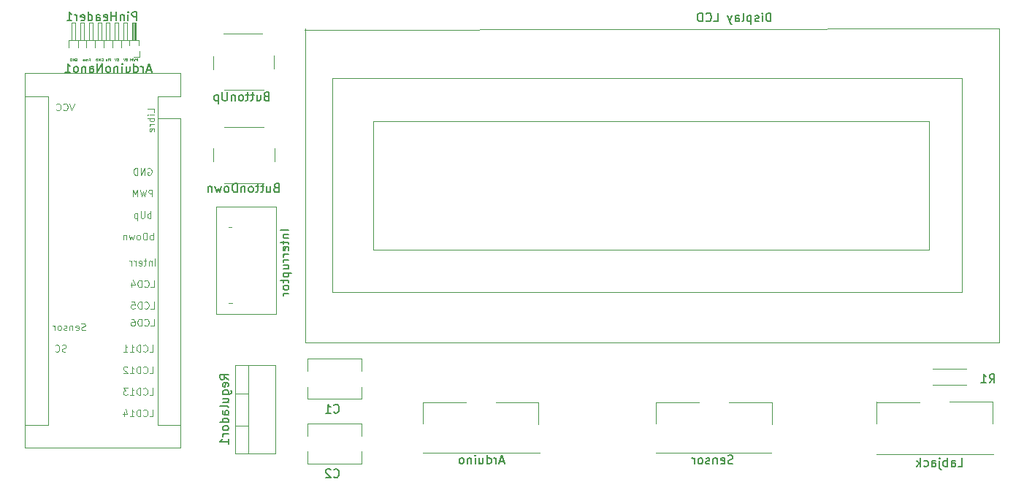
<source format=gbr>
G04 #@! TF.GenerationSoftware,KiCad,Pcbnew,5.1.2-f72e74a~80~ubuntu16.04.1*
G04 #@! TF.CreationDate,2019-04-30T15:46:28+02:00*
G04 #@! TF.ProjectId,bombasaRegulador,626f6d62-6173-4615-9265-67756c61646f,rev?*
G04 #@! TF.SameCoordinates,Original*
G04 #@! TF.FileFunction,Legend,Bot*
G04 #@! TF.FilePolarity,Positive*
%FSLAX46Y46*%
G04 Gerber Fmt 4.6, Leading zero omitted, Abs format (unit mm)*
G04 Created by KiCad (PCBNEW 5.1.2-f72e74a~80~ubuntu16.04.1) date 2019-04-30 15:46:28*
%MOMM*%
%LPD*%
G04 APERTURE LIST*
%ADD10C,0.100000*%
%ADD11C,0.075000*%
%ADD12C,0.150000*%
%ADD13C,0.120000*%
G04 APERTURE END LIST*
D10*
X177109523Y-84100000D02*
X177185714Y-84061904D01*
X177300000Y-84061904D01*
X177414285Y-84100000D01*
X177490476Y-84176190D01*
X177528571Y-84252380D01*
X177566666Y-84404761D01*
X177566666Y-84519047D01*
X177528571Y-84671428D01*
X177490476Y-84747619D01*
X177414285Y-84823809D01*
X177300000Y-84861904D01*
X177223809Y-84861904D01*
X177109523Y-84823809D01*
X177071428Y-84785714D01*
X177071428Y-84519047D01*
X177223809Y-84519047D01*
X176728571Y-84861904D02*
X176728571Y-84061904D01*
X176271428Y-84861904D01*
X176271428Y-84061904D01*
X175890476Y-84861904D02*
X175890476Y-84061904D01*
X175700000Y-84061904D01*
X175585714Y-84100000D01*
X175509523Y-84176190D01*
X175471428Y-84252380D01*
X175433333Y-84404761D01*
X175433333Y-84519047D01*
X175471428Y-84671428D01*
X175509523Y-84747619D01*
X175585714Y-84823809D01*
X175700000Y-84861904D01*
X175890476Y-84861904D01*
X177861904Y-77604761D02*
X177861904Y-77223809D01*
X177061904Y-77223809D01*
X177861904Y-77871428D02*
X177328571Y-77871428D01*
X177061904Y-77871428D02*
X177100000Y-77833333D01*
X177138095Y-77871428D01*
X177100000Y-77909523D01*
X177061904Y-77871428D01*
X177138095Y-77871428D01*
X177861904Y-78252380D02*
X177061904Y-78252380D01*
X177366666Y-78252380D02*
X177328571Y-78328571D01*
X177328571Y-78480952D01*
X177366666Y-78557142D01*
X177404761Y-78595238D01*
X177480952Y-78633333D01*
X177709523Y-78633333D01*
X177785714Y-78595238D01*
X177823809Y-78557142D01*
X177861904Y-78480952D01*
X177861904Y-78328571D01*
X177823809Y-78252380D01*
X177861904Y-78976190D02*
X177328571Y-78976190D01*
X177480952Y-78976190D02*
X177404761Y-79014285D01*
X177366666Y-79052380D01*
X177328571Y-79128571D01*
X177328571Y-79204761D01*
X177823809Y-79776190D02*
X177861904Y-79700000D01*
X177861904Y-79547619D01*
X177823809Y-79471428D01*
X177747619Y-79433333D01*
X177442857Y-79433333D01*
X177366666Y-79471428D01*
X177328571Y-79547619D01*
X177328571Y-79700000D01*
X177366666Y-79776190D01*
X177442857Y-79814285D01*
X177519047Y-79814285D01*
X177595238Y-79433333D01*
X168566666Y-76561904D02*
X168300000Y-77361904D01*
X168033333Y-76561904D01*
X167309523Y-77285714D02*
X167347619Y-77323809D01*
X167461904Y-77361904D01*
X167538095Y-77361904D01*
X167652380Y-77323809D01*
X167728571Y-77247619D01*
X167766666Y-77171428D01*
X167804761Y-77019047D01*
X167804761Y-76904761D01*
X167766666Y-76752380D01*
X167728571Y-76676190D01*
X167652380Y-76600000D01*
X167538095Y-76561904D01*
X167461904Y-76561904D01*
X167347619Y-76600000D01*
X167309523Y-76638095D01*
X166509523Y-77285714D02*
X166547619Y-77323809D01*
X166661904Y-77361904D01*
X166738095Y-77361904D01*
X166852380Y-77323809D01*
X166928571Y-77247619D01*
X166966666Y-77171428D01*
X167004761Y-77019047D01*
X167004761Y-76904761D01*
X166966666Y-76752380D01*
X166928571Y-76676190D01*
X166852380Y-76600000D01*
X166738095Y-76561904D01*
X166661904Y-76561904D01*
X166547619Y-76600000D01*
X166509523Y-76638095D01*
X169866666Y-102823809D02*
X169752380Y-102861904D01*
X169561904Y-102861904D01*
X169485714Y-102823809D01*
X169447619Y-102785714D01*
X169409523Y-102709523D01*
X169409523Y-102633333D01*
X169447619Y-102557142D01*
X169485714Y-102519047D01*
X169561904Y-102480952D01*
X169714285Y-102442857D01*
X169790476Y-102404761D01*
X169828571Y-102366666D01*
X169866666Y-102290476D01*
X169866666Y-102214285D01*
X169828571Y-102138095D01*
X169790476Y-102100000D01*
X169714285Y-102061904D01*
X169523809Y-102061904D01*
X169409523Y-102100000D01*
X168761904Y-102823809D02*
X168838095Y-102861904D01*
X168990476Y-102861904D01*
X169066666Y-102823809D01*
X169104761Y-102747619D01*
X169104761Y-102442857D01*
X169066666Y-102366666D01*
X168990476Y-102328571D01*
X168838095Y-102328571D01*
X168761904Y-102366666D01*
X168723809Y-102442857D01*
X168723809Y-102519047D01*
X169104761Y-102595238D01*
X168380952Y-102328571D02*
X168380952Y-102861904D01*
X168380952Y-102404761D02*
X168342857Y-102366666D01*
X168266666Y-102328571D01*
X168152380Y-102328571D01*
X168076190Y-102366666D01*
X168038095Y-102442857D01*
X168038095Y-102861904D01*
X167695238Y-102823809D02*
X167619047Y-102861904D01*
X167466666Y-102861904D01*
X167390476Y-102823809D01*
X167352380Y-102747619D01*
X167352380Y-102709523D01*
X167390476Y-102633333D01*
X167466666Y-102595238D01*
X167580952Y-102595238D01*
X167657142Y-102557142D01*
X167695238Y-102480952D01*
X167695238Y-102442857D01*
X167657142Y-102366666D01*
X167580952Y-102328571D01*
X167466666Y-102328571D01*
X167390476Y-102366666D01*
X166895238Y-102861904D02*
X166971428Y-102823809D01*
X167009523Y-102785714D01*
X167047619Y-102709523D01*
X167047619Y-102480952D01*
X167009523Y-102404761D01*
X166971428Y-102366666D01*
X166895238Y-102328571D01*
X166780952Y-102328571D01*
X166704761Y-102366666D01*
X166666666Y-102404761D01*
X166628571Y-102480952D01*
X166628571Y-102709523D01*
X166666666Y-102785714D01*
X166704761Y-102823809D01*
X166780952Y-102861904D01*
X166895238Y-102861904D01*
X166285714Y-102861904D02*
X166285714Y-102328571D01*
X166285714Y-102480952D02*
X166247619Y-102404761D01*
X166209523Y-102366666D01*
X166133333Y-102328571D01*
X166057142Y-102328571D01*
X167628571Y-105323809D02*
X167514285Y-105361904D01*
X167323809Y-105361904D01*
X167247619Y-105323809D01*
X167209523Y-105285714D01*
X167171428Y-105209523D01*
X167171428Y-105133333D01*
X167209523Y-105057142D01*
X167247619Y-105019047D01*
X167323809Y-104980952D01*
X167476190Y-104942857D01*
X167552380Y-104904761D01*
X167590476Y-104866666D01*
X167628571Y-104790476D01*
X167628571Y-104714285D01*
X167590476Y-104638095D01*
X167552380Y-104600000D01*
X167476190Y-104561904D01*
X167285714Y-104561904D01*
X167171428Y-104600000D01*
X166371428Y-105285714D02*
X166409523Y-105323809D01*
X166523809Y-105361904D01*
X166600000Y-105361904D01*
X166714285Y-105323809D01*
X166790476Y-105247619D01*
X166828571Y-105171428D01*
X166866666Y-105019047D01*
X166866666Y-104904761D01*
X166828571Y-104752380D01*
X166790476Y-104676190D01*
X166714285Y-104600000D01*
X166600000Y-104561904D01*
X166523809Y-104561904D01*
X166409523Y-104600000D01*
X166371428Y-104638095D01*
X177314285Y-112861904D02*
X177695238Y-112861904D01*
X177695238Y-112061904D01*
X176590476Y-112785714D02*
X176628571Y-112823809D01*
X176742857Y-112861904D01*
X176819047Y-112861904D01*
X176933333Y-112823809D01*
X177009523Y-112747619D01*
X177047619Y-112671428D01*
X177085714Y-112519047D01*
X177085714Y-112404761D01*
X177047619Y-112252380D01*
X177009523Y-112176190D01*
X176933333Y-112100000D01*
X176819047Y-112061904D01*
X176742857Y-112061904D01*
X176628571Y-112100000D01*
X176590476Y-112138095D01*
X176247619Y-112861904D02*
X176247619Y-112061904D01*
X176057142Y-112061904D01*
X175942857Y-112100000D01*
X175866666Y-112176190D01*
X175828571Y-112252380D01*
X175790476Y-112404761D01*
X175790476Y-112519047D01*
X175828571Y-112671428D01*
X175866666Y-112747619D01*
X175942857Y-112823809D01*
X176057142Y-112861904D01*
X176247619Y-112861904D01*
X175028571Y-112861904D02*
X175485714Y-112861904D01*
X175257142Y-112861904D02*
X175257142Y-112061904D01*
X175333333Y-112176190D01*
X175409523Y-112252380D01*
X175485714Y-112290476D01*
X174342857Y-112328571D02*
X174342857Y-112861904D01*
X174533333Y-112023809D02*
X174723809Y-112595238D01*
X174228571Y-112595238D01*
X177314285Y-110361904D02*
X177695238Y-110361904D01*
X177695238Y-109561904D01*
X176590476Y-110285714D02*
X176628571Y-110323809D01*
X176742857Y-110361904D01*
X176819047Y-110361904D01*
X176933333Y-110323809D01*
X177009523Y-110247619D01*
X177047619Y-110171428D01*
X177085714Y-110019047D01*
X177085714Y-109904761D01*
X177047619Y-109752380D01*
X177009523Y-109676190D01*
X176933333Y-109600000D01*
X176819047Y-109561904D01*
X176742857Y-109561904D01*
X176628571Y-109600000D01*
X176590476Y-109638095D01*
X176247619Y-110361904D02*
X176247619Y-109561904D01*
X176057142Y-109561904D01*
X175942857Y-109600000D01*
X175866666Y-109676190D01*
X175828571Y-109752380D01*
X175790476Y-109904761D01*
X175790476Y-110019047D01*
X175828571Y-110171428D01*
X175866666Y-110247619D01*
X175942857Y-110323809D01*
X176057142Y-110361904D01*
X176247619Y-110361904D01*
X175028571Y-110361904D02*
X175485714Y-110361904D01*
X175257142Y-110361904D02*
X175257142Y-109561904D01*
X175333333Y-109676190D01*
X175409523Y-109752380D01*
X175485714Y-109790476D01*
X174761904Y-109561904D02*
X174266666Y-109561904D01*
X174533333Y-109866666D01*
X174419047Y-109866666D01*
X174342857Y-109904761D01*
X174304761Y-109942857D01*
X174266666Y-110019047D01*
X174266666Y-110209523D01*
X174304761Y-110285714D01*
X174342857Y-110323809D01*
X174419047Y-110361904D01*
X174647619Y-110361904D01*
X174723809Y-110323809D01*
X174761904Y-110285714D01*
X177314285Y-107861904D02*
X177695238Y-107861904D01*
X177695238Y-107061904D01*
X176590476Y-107785714D02*
X176628571Y-107823809D01*
X176742857Y-107861904D01*
X176819047Y-107861904D01*
X176933333Y-107823809D01*
X177009523Y-107747619D01*
X177047619Y-107671428D01*
X177085714Y-107519047D01*
X177085714Y-107404761D01*
X177047619Y-107252380D01*
X177009523Y-107176190D01*
X176933333Y-107100000D01*
X176819047Y-107061904D01*
X176742857Y-107061904D01*
X176628571Y-107100000D01*
X176590476Y-107138095D01*
X176247619Y-107861904D02*
X176247619Y-107061904D01*
X176057142Y-107061904D01*
X175942857Y-107100000D01*
X175866666Y-107176190D01*
X175828571Y-107252380D01*
X175790476Y-107404761D01*
X175790476Y-107519047D01*
X175828571Y-107671428D01*
X175866666Y-107747619D01*
X175942857Y-107823809D01*
X176057142Y-107861904D01*
X176247619Y-107861904D01*
X175028571Y-107861904D02*
X175485714Y-107861904D01*
X175257142Y-107861904D02*
X175257142Y-107061904D01*
X175333333Y-107176190D01*
X175409523Y-107252380D01*
X175485714Y-107290476D01*
X174723809Y-107138095D02*
X174685714Y-107100000D01*
X174609523Y-107061904D01*
X174419047Y-107061904D01*
X174342857Y-107100000D01*
X174304761Y-107138095D01*
X174266666Y-107214285D01*
X174266666Y-107290476D01*
X174304761Y-107404761D01*
X174761904Y-107861904D01*
X174266666Y-107861904D01*
X177314285Y-105361904D02*
X177695238Y-105361904D01*
X177695238Y-104561904D01*
X176590476Y-105285714D02*
X176628571Y-105323809D01*
X176742857Y-105361904D01*
X176819047Y-105361904D01*
X176933333Y-105323809D01*
X177009523Y-105247619D01*
X177047619Y-105171428D01*
X177085714Y-105019047D01*
X177085714Y-104904761D01*
X177047619Y-104752380D01*
X177009523Y-104676190D01*
X176933333Y-104600000D01*
X176819047Y-104561904D01*
X176742857Y-104561904D01*
X176628571Y-104600000D01*
X176590476Y-104638095D01*
X176247619Y-105361904D02*
X176247619Y-104561904D01*
X176057142Y-104561904D01*
X175942857Y-104600000D01*
X175866666Y-104676190D01*
X175828571Y-104752380D01*
X175790476Y-104904761D01*
X175790476Y-105019047D01*
X175828571Y-105171428D01*
X175866666Y-105247619D01*
X175942857Y-105323809D01*
X176057142Y-105361904D01*
X176247619Y-105361904D01*
X175028571Y-105361904D02*
X175485714Y-105361904D01*
X175257142Y-105361904D02*
X175257142Y-104561904D01*
X175333333Y-104676190D01*
X175409523Y-104752380D01*
X175485714Y-104790476D01*
X174266666Y-105361904D02*
X174723809Y-105361904D01*
X174495238Y-105361904D02*
X174495238Y-104561904D01*
X174571428Y-104676190D01*
X174647619Y-104752380D01*
X174723809Y-104790476D01*
X177433333Y-102361904D02*
X177814285Y-102361904D01*
X177814285Y-101561904D01*
X176709523Y-102285714D02*
X176747619Y-102323809D01*
X176861904Y-102361904D01*
X176938095Y-102361904D01*
X177052380Y-102323809D01*
X177128571Y-102247619D01*
X177166666Y-102171428D01*
X177204761Y-102019047D01*
X177204761Y-101904761D01*
X177166666Y-101752380D01*
X177128571Y-101676190D01*
X177052380Y-101600000D01*
X176938095Y-101561904D01*
X176861904Y-101561904D01*
X176747619Y-101600000D01*
X176709523Y-101638095D01*
X176366666Y-102361904D02*
X176366666Y-101561904D01*
X176176190Y-101561904D01*
X176061904Y-101600000D01*
X175985714Y-101676190D01*
X175947619Y-101752380D01*
X175909523Y-101904761D01*
X175909523Y-102019047D01*
X175947619Y-102171428D01*
X175985714Y-102247619D01*
X176061904Y-102323809D01*
X176176190Y-102361904D01*
X176366666Y-102361904D01*
X175223809Y-101561904D02*
X175376190Y-101561904D01*
X175452380Y-101600000D01*
X175490476Y-101638095D01*
X175566666Y-101752380D01*
X175604761Y-101904761D01*
X175604761Y-102209523D01*
X175566666Y-102285714D01*
X175528571Y-102323809D01*
X175452380Y-102361904D01*
X175300000Y-102361904D01*
X175223809Y-102323809D01*
X175185714Y-102285714D01*
X175147619Y-102209523D01*
X175147619Y-102019047D01*
X175185714Y-101942857D01*
X175223809Y-101904761D01*
X175300000Y-101866666D01*
X175452380Y-101866666D01*
X175528571Y-101904761D01*
X175566666Y-101942857D01*
X175604761Y-102019047D01*
X177433333Y-100361904D02*
X177814285Y-100361904D01*
X177814285Y-99561904D01*
X176709523Y-100285714D02*
X176747619Y-100323809D01*
X176861904Y-100361904D01*
X176938095Y-100361904D01*
X177052380Y-100323809D01*
X177128571Y-100247619D01*
X177166666Y-100171428D01*
X177204761Y-100019047D01*
X177204761Y-99904761D01*
X177166666Y-99752380D01*
X177128571Y-99676190D01*
X177052380Y-99600000D01*
X176938095Y-99561904D01*
X176861904Y-99561904D01*
X176747619Y-99600000D01*
X176709523Y-99638095D01*
X176366666Y-100361904D02*
X176366666Y-99561904D01*
X176176190Y-99561904D01*
X176061904Y-99600000D01*
X175985714Y-99676190D01*
X175947619Y-99752380D01*
X175909523Y-99904761D01*
X175909523Y-100019047D01*
X175947619Y-100171428D01*
X175985714Y-100247619D01*
X176061904Y-100323809D01*
X176176190Y-100361904D01*
X176366666Y-100361904D01*
X175185714Y-99561904D02*
X175566666Y-99561904D01*
X175604761Y-99942857D01*
X175566666Y-99904761D01*
X175490476Y-99866666D01*
X175300000Y-99866666D01*
X175223809Y-99904761D01*
X175185714Y-99942857D01*
X175147619Y-100019047D01*
X175147619Y-100209523D01*
X175185714Y-100285714D01*
X175223809Y-100323809D01*
X175300000Y-100361904D01*
X175490476Y-100361904D01*
X175566666Y-100323809D01*
X175604761Y-100285714D01*
X177433333Y-97861904D02*
X177814285Y-97861904D01*
X177814285Y-97061904D01*
X176709523Y-97785714D02*
X176747619Y-97823809D01*
X176861904Y-97861904D01*
X176938095Y-97861904D01*
X177052380Y-97823809D01*
X177128571Y-97747619D01*
X177166666Y-97671428D01*
X177204761Y-97519047D01*
X177204761Y-97404761D01*
X177166666Y-97252380D01*
X177128571Y-97176190D01*
X177052380Y-97100000D01*
X176938095Y-97061904D01*
X176861904Y-97061904D01*
X176747619Y-97100000D01*
X176709523Y-97138095D01*
X176366666Y-97861904D02*
X176366666Y-97061904D01*
X176176190Y-97061904D01*
X176061904Y-97100000D01*
X175985714Y-97176190D01*
X175947619Y-97252380D01*
X175909523Y-97404761D01*
X175909523Y-97519047D01*
X175947619Y-97671428D01*
X175985714Y-97747619D01*
X176061904Y-97823809D01*
X176176190Y-97861904D01*
X176366666Y-97861904D01*
X175223809Y-97328571D02*
X175223809Y-97861904D01*
X175414285Y-97023809D02*
X175604761Y-97595238D01*
X175109523Y-97595238D01*
X177928571Y-95361904D02*
X177928571Y-94561904D01*
X177547619Y-94828571D02*
X177547619Y-95361904D01*
X177547619Y-94904761D02*
X177509523Y-94866666D01*
X177433333Y-94828571D01*
X177319047Y-94828571D01*
X177242857Y-94866666D01*
X177204761Y-94942857D01*
X177204761Y-95361904D01*
X176938095Y-94828571D02*
X176633333Y-94828571D01*
X176823809Y-94561904D02*
X176823809Y-95247619D01*
X176785714Y-95323809D01*
X176709523Y-95361904D01*
X176633333Y-95361904D01*
X176061904Y-95323809D02*
X176138095Y-95361904D01*
X176290476Y-95361904D01*
X176366666Y-95323809D01*
X176404761Y-95247619D01*
X176404761Y-94942857D01*
X176366666Y-94866666D01*
X176290476Y-94828571D01*
X176138095Y-94828571D01*
X176061904Y-94866666D01*
X176023809Y-94942857D01*
X176023809Y-95019047D01*
X176404761Y-95095238D01*
X175680952Y-95361904D02*
X175680952Y-94828571D01*
X175680952Y-94980952D02*
X175642857Y-94904761D01*
X175604761Y-94866666D01*
X175528571Y-94828571D01*
X175452380Y-94828571D01*
X175185714Y-95361904D02*
X175185714Y-94828571D01*
X175185714Y-94980952D02*
X175147619Y-94904761D01*
X175109523Y-94866666D01*
X175033333Y-94828571D01*
X174957142Y-94828571D01*
X177714285Y-92361904D02*
X177714285Y-91561904D01*
X177714285Y-91866666D02*
X177638095Y-91828571D01*
X177485714Y-91828571D01*
X177409523Y-91866666D01*
X177371428Y-91904761D01*
X177333333Y-91980952D01*
X177333333Y-92209523D01*
X177371428Y-92285714D01*
X177409523Y-92323809D01*
X177485714Y-92361904D01*
X177638095Y-92361904D01*
X177714285Y-92323809D01*
X176990476Y-92361904D02*
X176990476Y-91561904D01*
X176800000Y-91561904D01*
X176685714Y-91600000D01*
X176609523Y-91676190D01*
X176571428Y-91752380D01*
X176533333Y-91904761D01*
X176533333Y-92019047D01*
X176571428Y-92171428D01*
X176609523Y-92247619D01*
X176685714Y-92323809D01*
X176800000Y-92361904D01*
X176990476Y-92361904D01*
X176076190Y-92361904D02*
X176152380Y-92323809D01*
X176190476Y-92285714D01*
X176228571Y-92209523D01*
X176228571Y-91980952D01*
X176190476Y-91904761D01*
X176152380Y-91866666D01*
X176076190Y-91828571D01*
X175961904Y-91828571D01*
X175885714Y-91866666D01*
X175847619Y-91904761D01*
X175809523Y-91980952D01*
X175809523Y-92209523D01*
X175847619Y-92285714D01*
X175885714Y-92323809D01*
X175961904Y-92361904D01*
X176076190Y-92361904D01*
X175542857Y-91828571D02*
X175390476Y-92361904D01*
X175238095Y-91980952D01*
X175085714Y-92361904D01*
X174933333Y-91828571D01*
X174628571Y-91828571D02*
X174628571Y-92361904D01*
X174628571Y-91904761D02*
X174590476Y-91866666D01*
X174514285Y-91828571D01*
X174400000Y-91828571D01*
X174323809Y-91866666D01*
X174285714Y-91942857D01*
X174285714Y-92361904D01*
X177452380Y-89861904D02*
X177452380Y-89061904D01*
X177452380Y-89366666D02*
X177376190Y-89328571D01*
X177223809Y-89328571D01*
X177147619Y-89366666D01*
X177109523Y-89404761D01*
X177071428Y-89480952D01*
X177071428Y-89709523D01*
X177109523Y-89785714D01*
X177147619Y-89823809D01*
X177223809Y-89861904D01*
X177376190Y-89861904D01*
X177452380Y-89823809D01*
X176728571Y-89061904D02*
X176728571Y-89709523D01*
X176690476Y-89785714D01*
X176652380Y-89823809D01*
X176576190Y-89861904D01*
X176423809Y-89861904D01*
X176347619Y-89823809D01*
X176309523Y-89785714D01*
X176271428Y-89709523D01*
X176271428Y-89061904D01*
X175890476Y-89328571D02*
X175890476Y-90128571D01*
X175890476Y-89366666D02*
X175814285Y-89328571D01*
X175661904Y-89328571D01*
X175585714Y-89366666D01*
X175547619Y-89404761D01*
X175509523Y-89480952D01*
X175509523Y-89709523D01*
X175547619Y-89785714D01*
X175585714Y-89823809D01*
X175661904Y-89861904D01*
X175814285Y-89861904D01*
X175890476Y-89823809D01*
X177623809Y-87361904D02*
X177623809Y-86561904D01*
X177319047Y-86561904D01*
X177242857Y-86600000D01*
X177204761Y-86638095D01*
X177166666Y-86714285D01*
X177166666Y-86828571D01*
X177204761Y-86904761D01*
X177242857Y-86942857D01*
X177319047Y-86980952D01*
X177623809Y-86980952D01*
X176900000Y-86561904D02*
X176709523Y-87361904D01*
X176557142Y-86790476D01*
X176404761Y-87361904D01*
X176214285Y-86561904D01*
X175909523Y-87361904D02*
X175909523Y-86561904D01*
X175642857Y-87133333D01*
X175376190Y-86561904D01*
X175376190Y-87361904D01*
D11*
X175921428Y-71635714D02*
X175921428Y-71335714D01*
X175807142Y-71335714D01*
X175778571Y-71350000D01*
X175764285Y-71364285D01*
X175750000Y-71392857D01*
X175750000Y-71435714D01*
X175764285Y-71464285D01*
X175778571Y-71478571D01*
X175807142Y-71492857D01*
X175921428Y-71492857D01*
X175650000Y-71335714D02*
X175578571Y-71635714D01*
X175521428Y-71421428D01*
X175464285Y-71635714D01*
X175392857Y-71335714D01*
X175278571Y-71635714D02*
X175278571Y-71335714D01*
X175178571Y-71550000D01*
X175078571Y-71335714D01*
X175078571Y-71635714D01*
X174557142Y-71335714D02*
X174700000Y-71335714D01*
X174714285Y-71478571D01*
X174700000Y-71464285D01*
X174671428Y-71450000D01*
X174600000Y-71450000D01*
X174571428Y-71464285D01*
X174557142Y-71478571D01*
X174542857Y-71507142D01*
X174542857Y-71578571D01*
X174557142Y-71607142D01*
X174571428Y-71621428D01*
X174600000Y-71635714D01*
X174671428Y-71635714D01*
X174700000Y-71621428D01*
X174714285Y-71607142D01*
X174457142Y-71335714D02*
X174357142Y-71635714D01*
X174257142Y-71335714D01*
X173557142Y-71335714D02*
X173700000Y-71335714D01*
X173714285Y-71478571D01*
X173700000Y-71464285D01*
X173671428Y-71450000D01*
X173600000Y-71450000D01*
X173571428Y-71464285D01*
X173557142Y-71478571D01*
X173542857Y-71507142D01*
X173542857Y-71578571D01*
X173557142Y-71607142D01*
X173571428Y-71621428D01*
X173600000Y-71635714D01*
X173671428Y-71635714D01*
X173700000Y-71621428D01*
X173714285Y-71607142D01*
X173457142Y-71335714D02*
X173357142Y-71635714D01*
X173257142Y-71335714D01*
X172785714Y-71635714D02*
X172785714Y-71335714D01*
X172671428Y-71335714D01*
X172642857Y-71350000D01*
X172628571Y-71364285D01*
X172614285Y-71392857D01*
X172614285Y-71435714D01*
X172628571Y-71464285D01*
X172642857Y-71478571D01*
X172671428Y-71492857D01*
X172785714Y-71492857D01*
X172485714Y-71635714D02*
X172485714Y-71435714D01*
X172485714Y-71335714D02*
X172500000Y-71350000D01*
X172485714Y-71364285D01*
X172471428Y-71350000D01*
X172485714Y-71335714D01*
X172485714Y-71364285D01*
X172342857Y-71435714D02*
X172342857Y-71635714D01*
X172342857Y-71464285D02*
X172328571Y-71450000D01*
X172300000Y-71435714D01*
X172257142Y-71435714D01*
X172228571Y-71450000D01*
X172214285Y-71478571D01*
X172214285Y-71635714D01*
X171728571Y-71350000D02*
X171757142Y-71335714D01*
X171800000Y-71335714D01*
X171842857Y-71350000D01*
X171871428Y-71378571D01*
X171885714Y-71407142D01*
X171900000Y-71464285D01*
X171900000Y-71507142D01*
X171885714Y-71564285D01*
X171871428Y-71592857D01*
X171842857Y-71621428D01*
X171800000Y-71635714D01*
X171771428Y-71635714D01*
X171728571Y-71621428D01*
X171714285Y-71607142D01*
X171714285Y-71507142D01*
X171771428Y-71507142D01*
X171585714Y-71635714D02*
X171585714Y-71335714D01*
X171414285Y-71635714D01*
X171414285Y-71335714D01*
X171271428Y-71635714D02*
X171271428Y-71335714D01*
X171200000Y-71335714D01*
X171157142Y-71350000D01*
X171128571Y-71378571D01*
X171114285Y-71407142D01*
X171100000Y-71464285D01*
X171100000Y-71507142D01*
X171114285Y-71564285D01*
X171128571Y-71592857D01*
X171157142Y-71621428D01*
X171200000Y-71635714D01*
X171271428Y-71635714D01*
X170307142Y-71478571D02*
X170407142Y-71478571D01*
X170407142Y-71635714D02*
X170407142Y-71335714D01*
X170264285Y-71335714D01*
X170150000Y-71635714D02*
X170150000Y-71435714D01*
X170150000Y-71492857D02*
X170135714Y-71464285D01*
X170121428Y-71450000D01*
X170092857Y-71435714D01*
X170064285Y-71435714D01*
X169850000Y-71621428D02*
X169878571Y-71635714D01*
X169935714Y-71635714D01*
X169964285Y-71621428D01*
X169978571Y-71592857D01*
X169978571Y-71478571D01*
X169964285Y-71450000D01*
X169935714Y-71435714D01*
X169878571Y-71435714D01*
X169850000Y-71450000D01*
X169835714Y-71478571D01*
X169835714Y-71507142D01*
X169978571Y-71535714D01*
X169592857Y-71621428D02*
X169621428Y-71635714D01*
X169678571Y-71635714D01*
X169707142Y-71621428D01*
X169721428Y-71592857D01*
X169721428Y-71478571D01*
X169707142Y-71450000D01*
X169678571Y-71435714D01*
X169621428Y-71435714D01*
X169592857Y-71450000D01*
X169578571Y-71478571D01*
X169578571Y-71507142D01*
X169721428Y-71535714D01*
X168728571Y-71350000D02*
X168757142Y-71335714D01*
X168800000Y-71335714D01*
X168842857Y-71350000D01*
X168871428Y-71378571D01*
X168885714Y-71407142D01*
X168900000Y-71464285D01*
X168900000Y-71507142D01*
X168885714Y-71564285D01*
X168871428Y-71592857D01*
X168842857Y-71621428D01*
X168800000Y-71635714D01*
X168771428Y-71635714D01*
X168728571Y-71621428D01*
X168714285Y-71607142D01*
X168714285Y-71507142D01*
X168771428Y-71507142D01*
X168585714Y-71635714D02*
X168585714Y-71335714D01*
X168414285Y-71635714D01*
X168414285Y-71335714D01*
X168271428Y-71635714D02*
X168271428Y-71335714D01*
X168200000Y-71335714D01*
X168157142Y-71350000D01*
X168128571Y-71378571D01*
X168114285Y-71407142D01*
X168100000Y-71464285D01*
X168100000Y-71507142D01*
X168114285Y-71564285D01*
X168128571Y-71592857D01*
X168157142Y-71621428D01*
X168200000Y-71635714D01*
X168271428Y-71635714D01*
D12*
X271019047Y-118652380D02*
X271495238Y-118652380D01*
X271495238Y-117652380D01*
X270257142Y-118652380D02*
X270257142Y-118128571D01*
X270304761Y-118033333D01*
X270400000Y-117985714D01*
X270590476Y-117985714D01*
X270685714Y-118033333D01*
X270257142Y-118604761D02*
X270352380Y-118652380D01*
X270590476Y-118652380D01*
X270685714Y-118604761D01*
X270733333Y-118509523D01*
X270733333Y-118414285D01*
X270685714Y-118319047D01*
X270590476Y-118271428D01*
X270352380Y-118271428D01*
X270257142Y-118223809D01*
X269780952Y-118652380D02*
X269780952Y-117652380D01*
X269780952Y-118033333D02*
X269685714Y-117985714D01*
X269495238Y-117985714D01*
X269400000Y-118033333D01*
X269352380Y-118080952D01*
X269304761Y-118176190D01*
X269304761Y-118461904D01*
X269352380Y-118557142D01*
X269400000Y-118604761D01*
X269495238Y-118652380D01*
X269685714Y-118652380D01*
X269780952Y-118604761D01*
X268876190Y-117985714D02*
X268876190Y-118842857D01*
X268923809Y-118938095D01*
X269019047Y-118985714D01*
X269066666Y-118985714D01*
X268876190Y-117652380D02*
X268923809Y-117700000D01*
X268876190Y-117747619D01*
X268828571Y-117700000D01*
X268876190Y-117652380D01*
X268876190Y-117747619D01*
X267971428Y-118652380D02*
X267971428Y-118128571D01*
X268019047Y-118033333D01*
X268114285Y-117985714D01*
X268304761Y-117985714D01*
X268400000Y-118033333D01*
X267971428Y-118604761D02*
X268066666Y-118652380D01*
X268304761Y-118652380D01*
X268400000Y-118604761D01*
X268447619Y-118509523D01*
X268447619Y-118414285D01*
X268400000Y-118319047D01*
X268304761Y-118271428D01*
X268066666Y-118271428D01*
X267971428Y-118223809D01*
X267066666Y-118604761D02*
X267161904Y-118652380D01*
X267352380Y-118652380D01*
X267447619Y-118604761D01*
X267495238Y-118557142D01*
X267542857Y-118461904D01*
X267542857Y-118176190D01*
X267495238Y-118080952D01*
X267447619Y-118033333D01*
X267352380Y-117985714D01*
X267161904Y-117985714D01*
X267066666Y-118033333D01*
X266638095Y-118652380D02*
X266638095Y-117652380D01*
X266542857Y-118271428D02*
X266257142Y-118652380D01*
X266257142Y-117985714D02*
X266638095Y-118366666D01*
X244933333Y-118304761D02*
X244790476Y-118352380D01*
X244552380Y-118352380D01*
X244457142Y-118304761D01*
X244409523Y-118257142D01*
X244361904Y-118161904D01*
X244361904Y-118066666D01*
X244409523Y-117971428D01*
X244457142Y-117923809D01*
X244552380Y-117876190D01*
X244742857Y-117828571D01*
X244838095Y-117780952D01*
X244885714Y-117733333D01*
X244933333Y-117638095D01*
X244933333Y-117542857D01*
X244885714Y-117447619D01*
X244838095Y-117400000D01*
X244742857Y-117352380D01*
X244504761Y-117352380D01*
X244361904Y-117400000D01*
X243552380Y-118304761D02*
X243647619Y-118352380D01*
X243838095Y-118352380D01*
X243933333Y-118304761D01*
X243980952Y-118209523D01*
X243980952Y-117828571D01*
X243933333Y-117733333D01*
X243838095Y-117685714D01*
X243647619Y-117685714D01*
X243552380Y-117733333D01*
X243504761Y-117828571D01*
X243504761Y-117923809D01*
X243980952Y-118019047D01*
X243076190Y-117685714D02*
X243076190Y-118352380D01*
X243076190Y-117780952D02*
X243028571Y-117733333D01*
X242933333Y-117685714D01*
X242790476Y-117685714D01*
X242695238Y-117733333D01*
X242647619Y-117828571D01*
X242647619Y-118352380D01*
X242219047Y-118304761D02*
X242123809Y-118352380D01*
X241933333Y-118352380D01*
X241838095Y-118304761D01*
X241790476Y-118209523D01*
X241790476Y-118161904D01*
X241838095Y-118066666D01*
X241933333Y-118019047D01*
X242076190Y-118019047D01*
X242171428Y-117971428D01*
X242219047Y-117876190D01*
X242219047Y-117828571D01*
X242171428Y-117733333D01*
X242076190Y-117685714D01*
X241933333Y-117685714D01*
X241838095Y-117733333D01*
X241219047Y-118352380D02*
X241314285Y-118304761D01*
X241361904Y-118257142D01*
X241409523Y-118161904D01*
X241409523Y-117876190D01*
X241361904Y-117780952D01*
X241314285Y-117733333D01*
X241219047Y-117685714D01*
X241076190Y-117685714D01*
X240980952Y-117733333D01*
X240933333Y-117780952D01*
X240885714Y-117876190D01*
X240885714Y-118161904D01*
X240933333Y-118257142D01*
X240980952Y-118304761D01*
X241076190Y-118352380D01*
X241219047Y-118352380D01*
X240457142Y-118352380D02*
X240457142Y-117685714D01*
X240457142Y-117876190D02*
X240409523Y-117780952D01*
X240361904Y-117733333D01*
X240266666Y-117685714D01*
X240171428Y-117685714D01*
X218395238Y-118041666D02*
X217919047Y-118041666D01*
X218490476Y-118327380D02*
X218157142Y-117327380D01*
X217823809Y-118327380D01*
X217490476Y-118327380D02*
X217490476Y-117660714D01*
X217490476Y-117851190D02*
X217442857Y-117755952D01*
X217395238Y-117708333D01*
X217300000Y-117660714D01*
X217204761Y-117660714D01*
X216442857Y-118327380D02*
X216442857Y-117327380D01*
X216442857Y-118279761D02*
X216538095Y-118327380D01*
X216728571Y-118327380D01*
X216823809Y-118279761D01*
X216871428Y-118232142D01*
X216919047Y-118136904D01*
X216919047Y-117851190D01*
X216871428Y-117755952D01*
X216823809Y-117708333D01*
X216728571Y-117660714D01*
X216538095Y-117660714D01*
X216442857Y-117708333D01*
X215538095Y-117660714D02*
X215538095Y-118327380D01*
X215966666Y-117660714D02*
X215966666Y-118184523D01*
X215919047Y-118279761D01*
X215823809Y-118327380D01*
X215680952Y-118327380D01*
X215585714Y-118279761D01*
X215538095Y-118232142D01*
X215061904Y-118327380D02*
X215061904Y-117660714D01*
X215061904Y-117327380D02*
X215109523Y-117375000D01*
X215061904Y-117422619D01*
X215014285Y-117375000D01*
X215061904Y-117327380D01*
X215061904Y-117422619D01*
X214585714Y-117660714D02*
X214585714Y-118327380D01*
X214585714Y-117755952D02*
X214538095Y-117708333D01*
X214442857Y-117660714D01*
X214300000Y-117660714D01*
X214204761Y-117708333D01*
X214157142Y-117803571D01*
X214157142Y-118327380D01*
X213538095Y-118327380D02*
X213633333Y-118279761D01*
X213680952Y-118232142D01*
X213728571Y-118136904D01*
X213728571Y-117851190D01*
X213680952Y-117755952D01*
X213633333Y-117708333D01*
X213538095Y-117660714D01*
X213395238Y-117660714D01*
X213300000Y-117708333D01*
X213252380Y-117755952D01*
X213204761Y-117851190D01*
X213204761Y-118136904D01*
X213252380Y-118232142D01*
X213300000Y-118279761D01*
X213395238Y-118327380D01*
X213538095Y-118327380D01*
X193452380Y-91261904D02*
X192452380Y-91261904D01*
X192785714Y-91738095D02*
X193452380Y-91738095D01*
X192880952Y-91738095D02*
X192833333Y-91785714D01*
X192785714Y-91880952D01*
X192785714Y-92023809D01*
X192833333Y-92119047D01*
X192928571Y-92166666D01*
X193452380Y-92166666D01*
X192785714Y-92500000D02*
X192785714Y-92880952D01*
X192452380Y-92642857D02*
X193309523Y-92642857D01*
X193404761Y-92690476D01*
X193452380Y-92785714D01*
X193452380Y-92880952D01*
X193404761Y-93595238D02*
X193452380Y-93500000D01*
X193452380Y-93309523D01*
X193404761Y-93214285D01*
X193309523Y-93166666D01*
X192928571Y-93166666D01*
X192833333Y-93214285D01*
X192785714Y-93309523D01*
X192785714Y-93500000D01*
X192833333Y-93595238D01*
X192928571Y-93642857D01*
X193023809Y-93642857D01*
X193119047Y-93166666D01*
X193452380Y-94071428D02*
X192785714Y-94071428D01*
X192976190Y-94071428D02*
X192880952Y-94119047D01*
X192833333Y-94166666D01*
X192785714Y-94261904D01*
X192785714Y-94357142D01*
X193452380Y-94690476D02*
X192785714Y-94690476D01*
X192976190Y-94690476D02*
X192880952Y-94738095D01*
X192833333Y-94785714D01*
X192785714Y-94880952D01*
X192785714Y-94976190D01*
X192785714Y-95738095D02*
X193452380Y-95738095D01*
X192785714Y-95309523D02*
X193309523Y-95309523D01*
X193404761Y-95357142D01*
X193452380Y-95452380D01*
X193452380Y-95595238D01*
X193404761Y-95690476D01*
X193357142Y-95738095D01*
X192785714Y-96214285D02*
X193785714Y-96214285D01*
X192833333Y-96214285D02*
X192785714Y-96309523D01*
X192785714Y-96500000D01*
X192833333Y-96595238D01*
X192880952Y-96642857D01*
X192976190Y-96690476D01*
X193261904Y-96690476D01*
X193357142Y-96642857D01*
X193404761Y-96595238D01*
X193452380Y-96500000D01*
X193452380Y-96309523D01*
X193404761Y-96214285D01*
X192785714Y-96976190D02*
X192785714Y-97357142D01*
X192452380Y-97119047D02*
X193309523Y-97119047D01*
X193404761Y-97166666D01*
X193452380Y-97261904D01*
X193452380Y-97357142D01*
X193452380Y-97833333D02*
X193404761Y-97738095D01*
X193357142Y-97690476D01*
X193261904Y-97642857D01*
X192976190Y-97642857D01*
X192880952Y-97690476D01*
X192833333Y-97738095D01*
X192785714Y-97833333D01*
X192785714Y-97976190D01*
X192833333Y-98071428D01*
X192880952Y-98119047D01*
X192976190Y-98166666D01*
X193261904Y-98166666D01*
X193357142Y-98119047D01*
X193404761Y-98071428D01*
X193452380Y-97976190D01*
X193452380Y-97833333D01*
X193452380Y-98595238D02*
X192785714Y-98595238D01*
X192976190Y-98595238D02*
X192880952Y-98642857D01*
X192833333Y-98690476D01*
X192785714Y-98785714D01*
X192785714Y-98880952D01*
X191985714Y-86328571D02*
X191842857Y-86376190D01*
X191795238Y-86423809D01*
X191747619Y-86519047D01*
X191747619Y-86661904D01*
X191795238Y-86757142D01*
X191842857Y-86804761D01*
X191938095Y-86852380D01*
X192319047Y-86852380D01*
X192319047Y-85852380D01*
X191985714Y-85852380D01*
X191890476Y-85900000D01*
X191842857Y-85947619D01*
X191795238Y-86042857D01*
X191795238Y-86138095D01*
X191842857Y-86233333D01*
X191890476Y-86280952D01*
X191985714Y-86328571D01*
X192319047Y-86328571D01*
X190890476Y-86185714D02*
X190890476Y-86852380D01*
X191319047Y-86185714D02*
X191319047Y-86709523D01*
X191271428Y-86804761D01*
X191176190Y-86852380D01*
X191033333Y-86852380D01*
X190938095Y-86804761D01*
X190890476Y-86757142D01*
X190557142Y-86185714D02*
X190176190Y-86185714D01*
X190414285Y-85852380D02*
X190414285Y-86709523D01*
X190366666Y-86804761D01*
X190271428Y-86852380D01*
X190176190Y-86852380D01*
X189985714Y-86185714D02*
X189604761Y-86185714D01*
X189842857Y-85852380D02*
X189842857Y-86709523D01*
X189795238Y-86804761D01*
X189700000Y-86852380D01*
X189604761Y-86852380D01*
X189128571Y-86852380D02*
X189223809Y-86804761D01*
X189271428Y-86757142D01*
X189319047Y-86661904D01*
X189319047Y-86376190D01*
X189271428Y-86280952D01*
X189223809Y-86233333D01*
X189128571Y-86185714D01*
X188985714Y-86185714D01*
X188890476Y-86233333D01*
X188842857Y-86280952D01*
X188795238Y-86376190D01*
X188795238Y-86661904D01*
X188842857Y-86757142D01*
X188890476Y-86804761D01*
X188985714Y-86852380D01*
X189128571Y-86852380D01*
X188366666Y-86185714D02*
X188366666Y-86852380D01*
X188366666Y-86280952D02*
X188319047Y-86233333D01*
X188223809Y-86185714D01*
X188080952Y-86185714D01*
X187985714Y-86233333D01*
X187938095Y-86328571D01*
X187938095Y-86852380D01*
X187461904Y-86852380D02*
X187461904Y-85852380D01*
X187223809Y-85852380D01*
X187080952Y-85900000D01*
X186985714Y-85995238D01*
X186938095Y-86090476D01*
X186890476Y-86280952D01*
X186890476Y-86423809D01*
X186938095Y-86614285D01*
X186985714Y-86709523D01*
X187080952Y-86804761D01*
X187223809Y-86852380D01*
X187461904Y-86852380D01*
X186319047Y-86852380D02*
X186414285Y-86804761D01*
X186461904Y-86757142D01*
X186509523Y-86661904D01*
X186509523Y-86376190D01*
X186461904Y-86280952D01*
X186414285Y-86233333D01*
X186319047Y-86185714D01*
X186176190Y-86185714D01*
X186080952Y-86233333D01*
X186033333Y-86280952D01*
X185985714Y-86376190D01*
X185985714Y-86661904D01*
X186033333Y-86757142D01*
X186080952Y-86804761D01*
X186176190Y-86852380D01*
X186319047Y-86852380D01*
X185652380Y-86185714D02*
X185461904Y-86852380D01*
X185271428Y-86376190D01*
X185080952Y-86852380D01*
X184890476Y-86185714D01*
X184509523Y-86185714D02*
X184509523Y-86852380D01*
X184509523Y-86280952D02*
X184461904Y-86233333D01*
X184366666Y-86185714D01*
X184223809Y-86185714D01*
X184128571Y-86233333D01*
X184080952Y-86328571D01*
X184080952Y-86852380D01*
X190833333Y-75728571D02*
X190690476Y-75776190D01*
X190642857Y-75823809D01*
X190595238Y-75919047D01*
X190595238Y-76061904D01*
X190642857Y-76157142D01*
X190690476Y-76204761D01*
X190785714Y-76252380D01*
X191166666Y-76252380D01*
X191166666Y-75252380D01*
X190833333Y-75252380D01*
X190738095Y-75300000D01*
X190690476Y-75347619D01*
X190642857Y-75442857D01*
X190642857Y-75538095D01*
X190690476Y-75633333D01*
X190738095Y-75680952D01*
X190833333Y-75728571D01*
X191166666Y-75728571D01*
X189738095Y-75585714D02*
X189738095Y-76252380D01*
X190166666Y-75585714D02*
X190166666Y-76109523D01*
X190119047Y-76204761D01*
X190023809Y-76252380D01*
X189880952Y-76252380D01*
X189785714Y-76204761D01*
X189738095Y-76157142D01*
X189404761Y-75585714D02*
X189023809Y-75585714D01*
X189261904Y-75252380D02*
X189261904Y-76109523D01*
X189214285Y-76204761D01*
X189119047Y-76252380D01*
X189023809Y-76252380D01*
X188833333Y-75585714D02*
X188452380Y-75585714D01*
X188690476Y-75252380D02*
X188690476Y-76109523D01*
X188642857Y-76204761D01*
X188547619Y-76252380D01*
X188452380Y-76252380D01*
X187976190Y-76252380D02*
X188071428Y-76204761D01*
X188119047Y-76157142D01*
X188166666Y-76061904D01*
X188166666Y-75776190D01*
X188119047Y-75680952D01*
X188071428Y-75633333D01*
X187976190Y-75585714D01*
X187833333Y-75585714D01*
X187738095Y-75633333D01*
X187690476Y-75680952D01*
X187642857Y-75776190D01*
X187642857Y-76061904D01*
X187690476Y-76157142D01*
X187738095Y-76204761D01*
X187833333Y-76252380D01*
X187976190Y-76252380D01*
X187214285Y-75585714D02*
X187214285Y-76252380D01*
X187214285Y-75680952D02*
X187166666Y-75633333D01*
X187071428Y-75585714D01*
X186928571Y-75585714D01*
X186833333Y-75633333D01*
X186785714Y-75728571D01*
X186785714Y-76252380D01*
X186309523Y-75252380D02*
X186309523Y-76061904D01*
X186261904Y-76157142D01*
X186214285Y-76204761D01*
X186119047Y-76252380D01*
X185928571Y-76252380D01*
X185833333Y-76204761D01*
X185785714Y-76157142D01*
X185738095Y-76061904D01*
X185738095Y-75252380D01*
X185261904Y-75585714D02*
X185261904Y-76585714D01*
X185261904Y-75633333D02*
X185166666Y-75585714D01*
X184976190Y-75585714D01*
X184880952Y-75633333D01*
X184833333Y-75680952D01*
X184785714Y-75776190D01*
X184785714Y-76061904D01*
X184833333Y-76157142D01*
X184880952Y-76204761D01*
X184976190Y-76252380D01*
X185166666Y-76252380D01*
X185261904Y-76204761D01*
D13*
X191700000Y-72500000D02*
X191700000Y-71000000D01*
X184700000Y-72600000D02*
X184700000Y-71100000D01*
X185900000Y-68500000D02*
X190400000Y-68500000D01*
X186000000Y-75000000D02*
X190500000Y-75000000D01*
X184700000Y-83300000D02*
X184700000Y-81800000D01*
X191800000Y-83300000D02*
X191800000Y-81800000D01*
X186000000Y-85800000D02*
X190500000Y-85800000D01*
X186000000Y-79300000D02*
X190500000Y-79300000D01*
X192000000Y-88500000D02*
X185000000Y-88500000D01*
X192000000Y-101000000D02*
X192000000Y-88500000D01*
X185000000Y-101000000D02*
X192000000Y-101000000D01*
X186500000Y-90900000D02*
X186800000Y-90900000D01*
X185000000Y-101000000D02*
X185000000Y-88500000D01*
X186900000Y-99700000D02*
X186500000Y-99700000D01*
X209000000Y-111200000D02*
X214000000Y-111200000D01*
X209000000Y-113700000D02*
X209000000Y-111200000D01*
X222400000Y-111200000D02*
X217500000Y-111200000D01*
X222400000Y-113800000D02*
X222400000Y-111200000D01*
X209000000Y-117100000D02*
X222500000Y-117100000D01*
X236000000Y-117100000D02*
X249400000Y-117100000D01*
X249500000Y-111200000D02*
X249500000Y-113800000D01*
X244500000Y-111200000D02*
X249500000Y-111200000D01*
X236000000Y-111200000D02*
X241000000Y-111200000D01*
X236000000Y-113700000D02*
X236000000Y-111200000D01*
X275000000Y-111100000D02*
X275000000Y-113700000D01*
X270000000Y-111100000D02*
X275000000Y-111100000D01*
X261600000Y-111200000D02*
X266600000Y-111200000D01*
X261600000Y-113700000D02*
X261600000Y-111100000D01*
X261600000Y-117200000D02*
X275100000Y-117200000D01*
X203200000Y-93500000D02*
X203200000Y-78600000D01*
X267700000Y-93500000D02*
X203200000Y-93500000D01*
X267700000Y-78600000D02*
X267700000Y-93500000D01*
X203200000Y-78600000D02*
X267700000Y-78600000D01*
X198500000Y-98400000D02*
X198500000Y-73600000D01*
X271500000Y-98400000D02*
X198500000Y-98400000D01*
X271500000Y-73600000D02*
X271500000Y-98400000D01*
X198500000Y-73600000D02*
X271500000Y-73600000D01*
X195400000Y-104300000D02*
X195400000Y-67900000D01*
X275800000Y-104300000D02*
X195400000Y-104300000D01*
X275800000Y-67900000D02*
X275800000Y-104300000D01*
X195300000Y-68000000D02*
X275800000Y-67900000D01*
X178230000Y-78270000D02*
X178230000Y-75730000D01*
X178230000Y-75730000D02*
X180900000Y-75730000D01*
X180900000Y-78270000D02*
X180900000Y-116500000D01*
X180900000Y-73060000D02*
X180900000Y-75730000D01*
X165530000Y-75730000D02*
X162860000Y-75730000D01*
X165530000Y-75730000D02*
X165530000Y-113830000D01*
X165530000Y-113830000D02*
X162860000Y-113830000D01*
X178230000Y-78270000D02*
X180900000Y-78270000D01*
X178230000Y-78270000D02*
X178230000Y-113830000D01*
X178230000Y-113830000D02*
X180900000Y-113830000D01*
X180900000Y-116500000D02*
X162860000Y-116500000D01*
X162860000Y-116500000D02*
X162860000Y-73060000D01*
X162860000Y-73060000D02*
X180900000Y-73060000D01*
X187230000Y-113891000D02*
X188740000Y-113891000D01*
X187230000Y-110190000D02*
X188740000Y-110190000D01*
X188740000Y-106920000D02*
X188740000Y-117160000D01*
X187230000Y-117160000D02*
X191871000Y-117160000D01*
X187230000Y-106920000D02*
X191871000Y-106920000D01*
X191871000Y-106920000D02*
X191871000Y-117160000D01*
X187230000Y-106920000D02*
X187230000Y-117160000D01*
X201870000Y-107575000D02*
X201870000Y-106179000D01*
X201870000Y-110821000D02*
X201870000Y-109425000D01*
X195630000Y-107575000D02*
X195630000Y-106179000D01*
X195630000Y-110821000D02*
X195630000Y-109425000D01*
X195630000Y-106179000D02*
X201870000Y-106179000D01*
X195630000Y-110821000D02*
X201870000Y-110821000D01*
X201870000Y-115075000D02*
X201870000Y-113679000D01*
X201870000Y-118321000D02*
X201870000Y-116925000D01*
X195630000Y-115075000D02*
X195630000Y-113679000D01*
X195630000Y-118321000D02*
X195630000Y-116925000D01*
X195630000Y-113679000D02*
X201870000Y-113679000D01*
X195630000Y-118321000D02*
X201870000Y-118321000D01*
X176060000Y-69815000D02*
X176060000Y-69190000D01*
X176060000Y-69190000D02*
X167940000Y-69190000D01*
X167940000Y-69190000D02*
X167940000Y-70105507D01*
X175710000Y-69190000D02*
X175710000Y-67190000D01*
X175710000Y-67190000D02*
X175290000Y-67190000D01*
X175290000Y-67190000D02*
X175290000Y-69190000D01*
X175650000Y-69190000D02*
X175650000Y-67190000D01*
X175530000Y-69190000D02*
X175530000Y-67190000D01*
X175410000Y-69190000D02*
X175410000Y-67190000D01*
X175000000Y-69815000D02*
X175000000Y-69190000D01*
X174710000Y-69190000D02*
X174710000Y-67190000D01*
X174710000Y-67190000D02*
X174290000Y-67190000D01*
X174290000Y-67190000D02*
X174290000Y-69190000D01*
X174000000Y-70031785D02*
X174000000Y-69190000D01*
X173710000Y-69190000D02*
X173710000Y-67190000D01*
X173710000Y-67190000D02*
X173290000Y-67190000D01*
X173290000Y-67190000D02*
X173290000Y-69190000D01*
X173000000Y-70031785D02*
X173000000Y-69190000D01*
X172710000Y-69190000D02*
X172710000Y-67190000D01*
X172710000Y-67190000D02*
X172290000Y-67190000D01*
X172290000Y-67190000D02*
X172290000Y-69190000D01*
X172000000Y-70031785D02*
X172000000Y-69190000D01*
X171710000Y-69190000D02*
X171710000Y-67190000D01*
X171710000Y-67190000D02*
X171290000Y-67190000D01*
X171290000Y-67190000D02*
X171290000Y-69190000D01*
X171000000Y-70031785D02*
X171000000Y-69190000D01*
X170710000Y-69190000D02*
X170710000Y-67190000D01*
X170710000Y-67190000D02*
X170290000Y-67190000D01*
X170290000Y-67190000D02*
X170290000Y-69190000D01*
X170000000Y-70031785D02*
X170000000Y-69190000D01*
X169710000Y-69190000D02*
X169710000Y-67190000D01*
X169710000Y-67190000D02*
X169290000Y-67190000D01*
X169290000Y-67190000D02*
X169290000Y-69190000D01*
X169000000Y-70031785D02*
X169000000Y-69190000D01*
X168710000Y-69190000D02*
X168710000Y-67190000D01*
X168710000Y-67190000D02*
X168290000Y-67190000D01*
X168290000Y-67190000D02*
X168290000Y-69190000D01*
X175500000Y-71185000D02*
X176185000Y-71185000D01*
X176185000Y-71185000D02*
X176185000Y-70500000D01*
X268120000Y-109170000D02*
X271960000Y-109170000D01*
X268120000Y-107330000D02*
X271960000Y-107330000D01*
D12*
X249338095Y-67052380D02*
X249338095Y-66052380D01*
X249100000Y-66052380D01*
X248957142Y-66100000D01*
X248861904Y-66195238D01*
X248814285Y-66290476D01*
X248766666Y-66480952D01*
X248766666Y-66623809D01*
X248814285Y-66814285D01*
X248861904Y-66909523D01*
X248957142Y-67004761D01*
X249100000Y-67052380D01*
X249338095Y-67052380D01*
X248338095Y-67052380D02*
X248338095Y-66385714D01*
X248338095Y-66052380D02*
X248385714Y-66100000D01*
X248338095Y-66147619D01*
X248290476Y-66100000D01*
X248338095Y-66052380D01*
X248338095Y-66147619D01*
X247909523Y-67004761D02*
X247814285Y-67052380D01*
X247623809Y-67052380D01*
X247528571Y-67004761D01*
X247480952Y-66909523D01*
X247480952Y-66861904D01*
X247528571Y-66766666D01*
X247623809Y-66719047D01*
X247766666Y-66719047D01*
X247861904Y-66671428D01*
X247909523Y-66576190D01*
X247909523Y-66528571D01*
X247861904Y-66433333D01*
X247766666Y-66385714D01*
X247623809Y-66385714D01*
X247528571Y-66433333D01*
X247052380Y-66385714D02*
X247052380Y-67385714D01*
X247052380Y-66433333D02*
X246957142Y-66385714D01*
X246766666Y-66385714D01*
X246671428Y-66433333D01*
X246623809Y-66480952D01*
X246576190Y-66576190D01*
X246576190Y-66861904D01*
X246623809Y-66957142D01*
X246671428Y-67004761D01*
X246766666Y-67052380D01*
X246957142Y-67052380D01*
X247052380Y-67004761D01*
X246004761Y-67052380D02*
X246100000Y-67004761D01*
X246147619Y-66909523D01*
X246147619Y-66052380D01*
X245195238Y-67052380D02*
X245195238Y-66528571D01*
X245242857Y-66433333D01*
X245338095Y-66385714D01*
X245528571Y-66385714D01*
X245623809Y-66433333D01*
X245195238Y-67004761D02*
X245290476Y-67052380D01*
X245528571Y-67052380D01*
X245623809Y-67004761D01*
X245671428Y-66909523D01*
X245671428Y-66814285D01*
X245623809Y-66719047D01*
X245528571Y-66671428D01*
X245290476Y-66671428D01*
X245195238Y-66623809D01*
X244814285Y-66385714D02*
X244576190Y-67052380D01*
X244338095Y-66385714D02*
X244576190Y-67052380D01*
X244671428Y-67290476D01*
X244719047Y-67338095D01*
X244814285Y-67385714D01*
X242719047Y-67052380D02*
X243195238Y-67052380D01*
X243195238Y-66052380D01*
X241814285Y-66957142D02*
X241861904Y-67004761D01*
X242004761Y-67052380D01*
X242100000Y-67052380D01*
X242242857Y-67004761D01*
X242338095Y-66909523D01*
X242385714Y-66814285D01*
X242433333Y-66623809D01*
X242433333Y-66480952D01*
X242385714Y-66290476D01*
X242338095Y-66195238D01*
X242242857Y-66100000D01*
X242100000Y-66052380D01*
X242004761Y-66052380D01*
X241861904Y-66100000D01*
X241814285Y-66147619D01*
X241385714Y-67052380D02*
X241385714Y-66052380D01*
X241147619Y-66052380D01*
X241004761Y-66100000D01*
X240909523Y-66195238D01*
X240861904Y-66290476D01*
X240814285Y-66480952D01*
X240814285Y-66623809D01*
X240861904Y-66814285D01*
X240909523Y-66909523D01*
X241004761Y-67004761D01*
X241147619Y-67052380D01*
X241385714Y-67052380D01*
X177452380Y-72666666D02*
X176976190Y-72666666D01*
X177547619Y-72952380D02*
X177214285Y-71952380D01*
X176880952Y-72952380D01*
X176547619Y-72952380D02*
X176547619Y-72285714D01*
X176547619Y-72476190D02*
X176500000Y-72380952D01*
X176452380Y-72333333D01*
X176357142Y-72285714D01*
X176261904Y-72285714D01*
X175500000Y-72952380D02*
X175500000Y-71952380D01*
X175500000Y-72904761D02*
X175595238Y-72952380D01*
X175785714Y-72952380D01*
X175880952Y-72904761D01*
X175928571Y-72857142D01*
X175976190Y-72761904D01*
X175976190Y-72476190D01*
X175928571Y-72380952D01*
X175880952Y-72333333D01*
X175785714Y-72285714D01*
X175595238Y-72285714D01*
X175500000Y-72333333D01*
X174595238Y-72285714D02*
X174595238Y-72952380D01*
X175023809Y-72285714D02*
X175023809Y-72809523D01*
X174976190Y-72904761D01*
X174880952Y-72952380D01*
X174738095Y-72952380D01*
X174642857Y-72904761D01*
X174595238Y-72857142D01*
X174119047Y-72952380D02*
X174119047Y-72285714D01*
X174119047Y-71952380D02*
X174166666Y-72000000D01*
X174119047Y-72047619D01*
X174071428Y-72000000D01*
X174119047Y-71952380D01*
X174119047Y-72047619D01*
X173642857Y-72285714D02*
X173642857Y-72952380D01*
X173642857Y-72380952D02*
X173595238Y-72333333D01*
X173500000Y-72285714D01*
X173357142Y-72285714D01*
X173261904Y-72333333D01*
X173214285Y-72428571D01*
X173214285Y-72952380D01*
X172595238Y-72952380D02*
X172690476Y-72904761D01*
X172738095Y-72857142D01*
X172785714Y-72761904D01*
X172785714Y-72476190D01*
X172738095Y-72380952D01*
X172690476Y-72333333D01*
X172595238Y-72285714D01*
X172452380Y-72285714D01*
X172357142Y-72333333D01*
X172309523Y-72380952D01*
X172261904Y-72476190D01*
X172261904Y-72761904D01*
X172309523Y-72857142D01*
X172357142Y-72904761D01*
X172452380Y-72952380D01*
X172595238Y-72952380D01*
X171833333Y-72952380D02*
X171833333Y-71952380D01*
X171261904Y-72952380D01*
X171261904Y-71952380D01*
X170357142Y-72952380D02*
X170357142Y-72428571D01*
X170404761Y-72333333D01*
X170500000Y-72285714D01*
X170690476Y-72285714D01*
X170785714Y-72333333D01*
X170357142Y-72904761D02*
X170452380Y-72952380D01*
X170690476Y-72952380D01*
X170785714Y-72904761D01*
X170833333Y-72809523D01*
X170833333Y-72714285D01*
X170785714Y-72619047D01*
X170690476Y-72571428D01*
X170452380Y-72571428D01*
X170357142Y-72523809D01*
X169880952Y-72285714D02*
X169880952Y-72952380D01*
X169880952Y-72380952D02*
X169833333Y-72333333D01*
X169738095Y-72285714D01*
X169595238Y-72285714D01*
X169500000Y-72333333D01*
X169452380Y-72428571D01*
X169452380Y-72952380D01*
X168833333Y-72952380D02*
X168928571Y-72904761D01*
X168976190Y-72857142D01*
X169023809Y-72761904D01*
X169023809Y-72476190D01*
X168976190Y-72380952D01*
X168928571Y-72333333D01*
X168833333Y-72285714D01*
X168690476Y-72285714D01*
X168595238Y-72333333D01*
X168547619Y-72380952D01*
X168500000Y-72476190D01*
X168500000Y-72761904D01*
X168547619Y-72857142D01*
X168595238Y-72904761D01*
X168690476Y-72952380D01*
X168833333Y-72952380D01*
X167547619Y-72952380D02*
X168119047Y-72952380D01*
X167833333Y-72952380D02*
X167833333Y-71952380D01*
X167928571Y-72095238D01*
X168023809Y-72190476D01*
X168119047Y-72238095D01*
X186452380Y-108571428D02*
X185976190Y-108238095D01*
X186452380Y-108000000D02*
X185452380Y-108000000D01*
X185452380Y-108380952D01*
X185500000Y-108476190D01*
X185547619Y-108523809D01*
X185642857Y-108571428D01*
X185785714Y-108571428D01*
X185880952Y-108523809D01*
X185928571Y-108476190D01*
X185976190Y-108380952D01*
X185976190Y-108000000D01*
X186404761Y-109380952D02*
X186452380Y-109285714D01*
X186452380Y-109095238D01*
X186404761Y-109000000D01*
X186309523Y-108952380D01*
X185928571Y-108952380D01*
X185833333Y-109000000D01*
X185785714Y-109095238D01*
X185785714Y-109285714D01*
X185833333Y-109380952D01*
X185928571Y-109428571D01*
X186023809Y-109428571D01*
X186119047Y-108952380D01*
X185785714Y-110285714D02*
X186595238Y-110285714D01*
X186690476Y-110238095D01*
X186738095Y-110190476D01*
X186785714Y-110095238D01*
X186785714Y-109952380D01*
X186738095Y-109857142D01*
X186404761Y-110285714D02*
X186452380Y-110190476D01*
X186452380Y-110000000D01*
X186404761Y-109904761D01*
X186357142Y-109857142D01*
X186261904Y-109809523D01*
X185976190Y-109809523D01*
X185880952Y-109857142D01*
X185833333Y-109904761D01*
X185785714Y-110000000D01*
X185785714Y-110190476D01*
X185833333Y-110285714D01*
X185785714Y-111190476D02*
X186452380Y-111190476D01*
X185785714Y-110761904D02*
X186309523Y-110761904D01*
X186404761Y-110809523D01*
X186452380Y-110904761D01*
X186452380Y-111047619D01*
X186404761Y-111142857D01*
X186357142Y-111190476D01*
X186452380Y-111809523D02*
X186404761Y-111714285D01*
X186309523Y-111666666D01*
X185452380Y-111666666D01*
X186452380Y-112619047D02*
X185928571Y-112619047D01*
X185833333Y-112571428D01*
X185785714Y-112476190D01*
X185785714Y-112285714D01*
X185833333Y-112190476D01*
X186404761Y-112619047D02*
X186452380Y-112523809D01*
X186452380Y-112285714D01*
X186404761Y-112190476D01*
X186309523Y-112142857D01*
X186214285Y-112142857D01*
X186119047Y-112190476D01*
X186071428Y-112285714D01*
X186071428Y-112523809D01*
X186023809Y-112619047D01*
X186452380Y-113523809D02*
X185452380Y-113523809D01*
X186404761Y-113523809D02*
X186452380Y-113428571D01*
X186452380Y-113238095D01*
X186404761Y-113142857D01*
X186357142Y-113095238D01*
X186261904Y-113047619D01*
X185976190Y-113047619D01*
X185880952Y-113095238D01*
X185833333Y-113142857D01*
X185785714Y-113238095D01*
X185785714Y-113428571D01*
X185833333Y-113523809D01*
X186452380Y-114142857D02*
X186404761Y-114047619D01*
X186357142Y-114000000D01*
X186261904Y-113952380D01*
X185976190Y-113952380D01*
X185880952Y-114000000D01*
X185833333Y-114047619D01*
X185785714Y-114142857D01*
X185785714Y-114285714D01*
X185833333Y-114380952D01*
X185880952Y-114428571D01*
X185976190Y-114476190D01*
X186261904Y-114476190D01*
X186357142Y-114428571D01*
X186404761Y-114380952D01*
X186452380Y-114285714D01*
X186452380Y-114142857D01*
X186452380Y-114904761D02*
X185785714Y-114904761D01*
X185976190Y-114904761D02*
X185880952Y-114952380D01*
X185833333Y-115000000D01*
X185785714Y-115095238D01*
X185785714Y-115190476D01*
X186452380Y-116047619D02*
X186452380Y-115476190D01*
X186452380Y-115761904D02*
X185452380Y-115761904D01*
X185595238Y-115666666D01*
X185690476Y-115571428D01*
X185738095Y-115476190D01*
X198666666Y-112357142D02*
X198714285Y-112404761D01*
X198857142Y-112452380D01*
X198952380Y-112452380D01*
X199095238Y-112404761D01*
X199190476Y-112309523D01*
X199238095Y-112214285D01*
X199285714Y-112023809D01*
X199285714Y-111880952D01*
X199238095Y-111690476D01*
X199190476Y-111595238D01*
X199095238Y-111500000D01*
X198952380Y-111452380D01*
X198857142Y-111452380D01*
X198714285Y-111500000D01*
X198666666Y-111547619D01*
X197714285Y-112452380D02*
X198285714Y-112452380D01*
X198000000Y-112452380D02*
X198000000Y-111452380D01*
X198095238Y-111595238D01*
X198190476Y-111690476D01*
X198285714Y-111738095D01*
X198666666Y-119857142D02*
X198714285Y-119904761D01*
X198857142Y-119952380D01*
X198952380Y-119952380D01*
X199095238Y-119904761D01*
X199190476Y-119809523D01*
X199238095Y-119714285D01*
X199285714Y-119523809D01*
X199285714Y-119380952D01*
X199238095Y-119190476D01*
X199190476Y-119095238D01*
X199095238Y-119000000D01*
X198952380Y-118952380D01*
X198857142Y-118952380D01*
X198714285Y-119000000D01*
X198666666Y-119047619D01*
X198285714Y-119047619D02*
X198238095Y-119000000D01*
X198142857Y-118952380D01*
X197904761Y-118952380D01*
X197809523Y-119000000D01*
X197761904Y-119047619D01*
X197714285Y-119142857D01*
X197714285Y-119238095D01*
X197761904Y-119380952D01*
X198333333Y-119952380D01*
X197714285Y-119952380D01*
X175823809Y-66952380D02*
X175823809Y-65952380D01*
X175442857Y-65952380D01*
X175347619Y-66000000D01*
X175300000Y-66047619D01*
X175252380Y-66142857D01*
X175252380Y-66285714D01*
X175300000Y-66380952D01*
X175347619Y-66428571D01*
X175442857Y-66476190D01*
X175823809Y-66476190D01*
X174823809Y-66952380D02*
X174823809Y-66285714D01*
X174823809Y-65952380D02*
X174871428Y-66000000D01*
X174823809Y-66047619D01*
X174776190Y-66000000D01*
X174823809Y-65952380D01*
X174823809Y-66047619D01*
X174347619Y-66285714D02*
X174347619Y-66952380D01*
X174347619Y-66380952D02*
X174300000Y-66333333D01*
X174204761Y-66285714D01*
X174061904Y-66285714D01*
X173966666Y-66333333D01*
X173919047Y-66428571D01*
X173919047Y-66952380D01*
X173442857Y-66952380D02*
X173442857Y-65952380D01*
X173442857Y-66428571D02*
X172871428Y-66428571D01*
X172871428Y-66952380D02*
X172871428Y-65952380D01*
X172014285Y-66904761D02*
X172109523Y-66952380D01*
X172300000Y-66952380D01*
X172395238Y-66904761D01*
X172442857Y-66809523D01*
X172442857Y-66428571D01*
X172395238Y-66333333D01*
X172300000Y-66285714D01*
X172109523Y-66285714D01*
X172014285Y-66333333D01*
X171966666Y-66428571D01*
X171966666Y-66523809D01*
X172442857Y-66619047D01*
X171109523Y-66952380D02*
X171109523Y-66428571D01*
X171157142Y-66333333D01*
X171252380Y-66285714D01*
X171442857Y-66285714D01*
X171538095Y-66333333D01*
X171109523Y-66904761D02*
X171204761Y-66952380D01*
X171442857Y-66952380D01*
X171538095Y-66904761D01*
X171585714Y-66809523D01*
X171585714Y-66714285D01*
X171538095Y-66619047D01*
X171442857Y-66571428D01*
X171204761Y-66571428D01*
X171109523Y-66523809D01*
X170204761Y-66952380D02*
X170204761Y-65952380D01*
X170204761Y-66904761D02*
X170300000Y-66952380D01*
X170490476Y-66952380D01*
X170585714Y-66904761D01*
X170633333Y-66857142D01*
X170680952Y-66761904D01*
X170680952Y-66476190D01*
X170633333Y-66380952D01*
X170585714Y-66333333D01*
X170490476Y-66285714D01*
X170300000Y-66285714D01*
X170204761Y-66333333D01*
X169347619Y-66904761D02*
X169442857Y-66952380D01*
X169633333Y-66952380D01*
X169728571Y-66904761D01*
X169776190Y-66809523D01*
X169776190Y-66428571D01*
X169728571Y-66333333D01*
X169633333Y-66285714D01*
X169442857Y-66285714D01*
X169347619Y-66333333D01*
X169300000Y-66428571D01*
X169300000Y-66523809D01*
X169776190Y-66619047D01*
X168871428Y-66952380D02*
X168871428Y-66285714D01*
X168871428Y-66476190D02*
X168823809Y-66380952D01*
X168776190Y-66333333D01*
X168680952Y-66285714D01*
X168585714Y-66285714D01*
X167728571Y-66952380D02*
X168300000Y-66952380D01*
X168014285Y-66952380D02*
X168014285Y-65952380D01*
X168109523Y-66095238D01*
X168204761Y-66190476D01*
X168300000Y-66238095D01*
X274666666Y-108952380D02*
X275000000Y-108476190D01*
X275238095Y-108952380D02*
X275238095Y-107952380D01*
X274857142Y-107952380D01*
X274761904Y-108000000D01*
X274714285Y-108047619D01*
X274666666Y-108142857D01*
X274666666Y-108285714D01*
X274714285Y-108380952D01*
X274761904Y-108428571D01*
X274857142Y-108476190D01*
X275238095Y-108476190D01*
X273714285Y-108952380D02*
X274285714Y-108952380D01*
X274000000Y-108952380D02*
X274000000Y-107952380D01*
X274095238Y-108095238D01*
X274190476Y-108190476D01*
X274285714Y-108238095D01*
M02*

</source>
